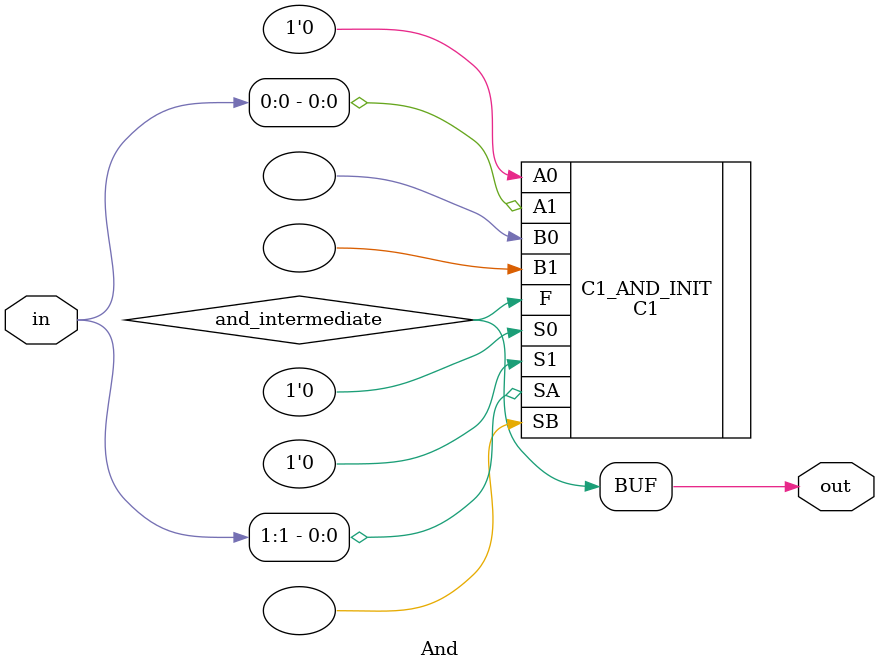
<source format=v>
module And #(parameter N = 2)(in, out);
    input [N-1:0] in;
    output out;
    wire [N-2:0] and_intermediate;
    genvar i;
    generate
        C1 C1_AND_INIT(.A0(1'b0),.A1(in[0]),.SA(in[1]),.B0(),.B1(),.SB(),.S0(1'b0),.S1(1'b0),.F(and_intermediate[0]));
        for (i = 1; i < N-1; i = i + 1)
        begin
            C1 C1_AND(.A0(1'b0), .A1(and_intermediate[i-1]), .SA(in[i+1]), .B0(),
                        .B1(), .SB(), .S0(1'b0), .S1(1'b0), .F(and_intermediate[i]));
        end
    endgenerate
    assign out = and_intermediate[N-2];
endmodule

</source>
